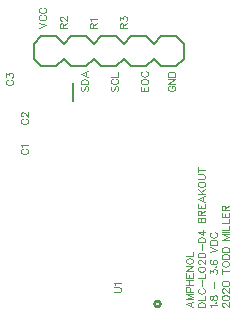
<source format=gto>
G04 Layer: TopSilkLayer*
G04 EasyEDA v6.4.7, 2020-11-21T23:36:06--8:00*
G04 5ff2efe16aa84f8f9e73a5c42d6c7546,4c52adb9b7084d04897e24a6e005c639,00*
G04 Gerber Generator version 0.2*
G04 Scale: 100 percent, Rotated: No, Reflected: No *
G04 Dimensions in inches *
G04 leading zeros omitted , absolute positions ,2 integer and 4 decimal *
%FSLAX24Y24*%
%MOIN*%
G90*
D02*

%ADD10C,0.010000*%
%ADD20C,0.008000*%
%ADD21C,0.002000*%

%LPD*%
G54D20*
G01X2875Y9375D02*
G01X3125Y9625D01*
G01X3625Y9625D01*
G01X3875Y9375D01*
G01X4125Y9625D01*
G01X4625Y9625D01*
G01X4875Y9375D01*
G01X5125Y9625D01*
G01X5625Y9625D01*
G01X5875Y9375D01*
G01X6125Y9625D01*
G01X6625Y9625D01*
G01X6875Y9375D01*
G01X7125Y9625D01*
G01X7625Y9625D01*
G01X7875Y9375D01*
G01X7875Y8875D01*
G01X7625Y8625D01*
G01X7125Y8625D01*
G01X6875Y8875D01*
G01X6625Y8625D01*
G01X6125Y8625D01*
G01X5875Y8875D01*
G01X5625Y8625D01*
G01X5125Y8625D01*
G01X4875Y8875D01*
G01X4625Y8625D01*
G01X4125Y8625D01*
G01X3875Y8875D01*
G01X3625Y8625D01*
G01X3125Y8625D01*
G01X2875Y8875D01*
G01X2875Y9375D01*
G01X4200Y8050D02*
G01X4200Y7450D01*
G54D21*
G01X7948Y691D02*
G01X8186Y600D01*
G01X7948Y691D02*
G01X8186Y782D01*
G01X8106Y634D02*
G01X8106Y748D01*
G01X7948Y857D02*
G01X8186Y857D01*
G01X7948Y857D02*
G01X8186Y948D01*
G01X7948Y1039D02*
G01X8186Y948D01*
G01X7948Y1039D02*
G01X8186Y1039D01*
G01X7948Y1114D02*
G01X8186Y1114D01*
G01X7948Y1114D02*
G01X7948Y1216D01*
G01X7959Y1250D01*
G01X7970Y1261D01*
G01X7993Y1273D01*
G01X8027Y1273D01*
G01X8050Y1261D01*
G01X8061Y1250D01*
G01X8073Y1216D01*
G01X8073Y1114D01*
G01X7948Y1348D02*
G01X8186Y1348D01*
G01X7948Y1507D02*
G01X8186Y1507D01*
G01X8061Y1348D02*
G01X8061Y1507D01*
G01X7948Y1582D02*
G01X8186Y1582D01*
G01X7948Y1582D02*
G01X7948Y1730D01*
G01X8061Y1582D02*
G01X8061Y1673D01*
G01X8186Y1582D02*
G01X8186Y1730D01*
G01X7948Y1805D02*
G01X8186Y1805D01*
G01X7948Y1805D02*
G01X8186Y1964D01*
G01X7948Y1964D02*
G01X8186Y1964D01*
G01X7948Y2107D02*
G01X7959Y2084D01*
G01X7981Y2061D01*
G01X8005Y2050D01*
G01X8039Y2039D01*
G01X8095Y2039D01*
G01X8130Y2050D01*
G01X8152Y2061D01*
G01X8175Y2084D01*
G01X8186Y2107D01*
G01X8186Y2152D01*
G01X8175Y2175D01*
G01X8152Y2198D01*
G01X8130Y2209D01*
G01X8095Y2220D01*
G01X8039Y2220D01*
G01X8005Y2209D01*
G01X7981Y2198D01*
G01X7959Y2175D01*
G01X7948Y2152D01*
G01X7948Y2107D01*
G01X7948Y2295D02*
G01X8186Y2295D01*
G01X8186Y2295D02*
G01X8186Y2432D01*
G01X8348Y600D02*
G01X8586Y600D01*
G01X8348Y600D02*
G01X8348Y680D01*
G01X8359Y714D01*
G01X8382Y736D01*
G01X8405Y748D01*
G01X8439Y759D01*
G01X8495Y759D01*
G01X8530Y748D01*
G01X8552Y736D01*
G01X8575Y714D01*
G01X8586Y680D01*
G01X8586Y600D01*
G01X8348Y834D02*
G01X8586Y834D01*
G01X8586Y834D02*
G01X8586Y969D01*
G01X8405Y1216D02*
G01X8382Y1205D01*
G01X8359Y1182D01*
G01X8348Y1159D01*
G01X8348Y1114D01*
G01X8359Y1091D01*
G01X8382Y1068D01*
G01X8405Y1057D01*
G01X8439Y1045D01*
G01X8495Y1045D01*
G01X8530Y1057D01*
G01X8552Y1068D01*
G01X8575Y1091D01*
G01X8586Y1114D01*
G01X8586Y1159D01*
G01X8575Y1182D01*
G01X8552Y1205D01*
G01X8530Y1216D01*
G01X8484Y1291D02*
G01X8484Y1495D01*
G01X8348Y1570D02*
G01X8586Y1570D01*
G01X8586Y1570D02*
G01X8586Y1707D01*
G01X8348Y1850D02*
G01X8359Y1816D01*
G01X8393Y1793D01*
G01X8450Y1782D01*
G01X8484Y1782D01*
G01X8541Y1793D01*
G01X8575Y1816D01*
G01X8586Y1850D01*
G01X8586Y1873D01*
G01X8575Y1907D01*
G01X8541Y1930D01*
G01X8484Y1941D01*
G01X8450Y1941D01*
G01X8393Y1930D01*
G01X8359Y1907D01*
G01X8348Y1873D01*
G01X8348Y1850D01*
G01X8405Y2027D02*
G01X8393Y2027D01*
G01X8370Y2039D01*
G01X8359Y2050D01*
G01X8348Y2073D01*
G01X8348Y2118D01*
G01X8359Y2141D01*
G01X8370Y2152D01*
G01X8393Y2164D01*
G01X8416Y2164D01*
G01X8439Y2152D01*
G01X8473Y2130D01*
G01X8586Y2016D01*
G01X8586Y2175D01*
G01X8348Y2250D02*
G01X8586Y2250D01*
G01X8348Y2250D02*
G01X8348Y2330D01*
G01X8359Y2364D01*
G01X8382Y2386D01*
G01X8405Y2398D01*
G01X8439Y2409D01*
G01X8495Y2409D01*
G01X8530Y2398D01*
G01X8552Y2386D01*
G01X8575Y2364D01*
G01X8586Y2330D01*
G01X8586Y2250D01*
G01X8484Y2484D02*
G01X8484Y2689D01*
G01X8348Y2764D02*
G01X8586Y2764D01*
G01X8348Y2764D02*
G01X8348Y2843D01*
G01X8359Y2877D01*
G01X8382Y2900D01*
G01X8405Y2911D01*
G01X8439Y2923D01*
G01X8495Y2923D01*
G01X8530Y2911D01*
G01X8552Y2900D01*
G01X8575Y2877D01*
G01X8586Y2843D01*
G01X8586Y2764D01*
G01X8348Y3111D02*
G01X8507Y2998D01*
G01X8507Y3168D01*
G01X8348Y3111D02*
G01X8586Y3111D01*
G01X8348Y3418D02*
G01X8586Y3418D01*
G01X8348Y3418D02*
G01X8348Y3520D01*
G01X8359Y3554D01*
G01X8370Y3565D01*
G01X8393Y3577D01*
G01X8416Y3577D01*
G01X8439Y3565D01*
G01X8450Y3554D01*
G01X8461Y3520D01*
G01X8461Y3418D02*
G01X8461Y3520D01*
G01X8473Y3554D01*
G01X8484Y3565D01*
G01X8507Y3577D01*
G01X8541Y3577D01*
G01X8564Y3565D01*
G01X8575Y3554D01*
G01X8586Y3520D01*
G01X8586Y3418D01*
G01X8348Y3652D02*
G01X8586Y3652D01*
G01X8348Y3652D02*
G01X8348Y3754D01*
G01X8359Y3789D01*
G01X8370Y3800D01*
G01X8393Y3811D01*
G01X8416Y3811D01*
G01X8439Y3800D01*
G01X8450Y3789D01*
G01X8461Y3754D01*
G01X8461Y3652D01*
G01X8461Y3732D02*
G01X8586Y3811D01*
G01X8348Y3886D02*
G01X8586Y3886D01*
G01X8348Y3886D02*
G01X8348Y4034D01*
G01X8461Y3886D02*
G01X8461Y3977D01*
G01X8586Y3886D02*
G01X8586Y4034D01*
G01X8348Y4200D02*
G01X8586Y4109D01*
G01X8348Y4200D02*
G01X8586Y4291D01*
G01X8507Y4143D02*
G01X8507Y4257D01*
G01X8348Y4366D02*
G01X8586Y4366D01*
G01X8348Y4525D02*
G01X8507Y4366D01*
G01X8450Y4423D02*
G01X8586Y4525D01*
G01X8348Y4668D02*
G01X8359Y4645D01*
G01X8382Y4623D01*
G01X8405Y4611D01*
G01X8439Y4600D01*
G01X8495Y4600D01*
G01X8530Y4611D01*
G01X8552Y4623D01*
G01X8575Y4645D01*
G01X8586Y4668D01*
G01X8586Y4714D01*
G01X8575Y4736D01*
G01X8552Y4759D01*
G01X8530Y4770D01*
G01X8495Y4782D01*
G01X8439Y4782D01*
G01X8405Y4770D01*
G01X8382Y4759D01*
G01X8359Y4736D01*
G01X8348Y4714D01*
G01X8348Y4668D01*
G01X8348Y4857D02*
G01X8518Y4857D01*
G01X8552Y4868D01*
G01X8575Y4891D01*
G01X8586Y4925D01*
G01X8586Y4948D01*
G01X8575Y4982D01*
G01X8552Y5005D01*
G01X8518Y5016D01*
G01X8348Y5016D01*
G01X8348Y5170D02*
G01X8586Y5170D01*
G01X8348Y5091D02*
G01X8348Y5250D01*
G01X8793Y600D02*
G01X8782Y623D01*
G01X8748Y657D01*
G01X8986Y657D01*
G01X8930Y743D02*
G01X8941Y732D01*
G01X8952Y743D01*
G01X8941Y755D01*
G01X8930Y743D01*
G01X8748Y886D02*
G01X8759Y852D01*
G01X8782Y841D01*
G01X8805Y841D01*
G01X8827Y852D01*
G01X8839Y875D01*
G01X8850Y919D01*
G01X8861Y955D01*
G01X8884Y977D01*
G01X8907Y989D01*
G01X8941Y989D01*
G01X8964Y977D01*
G01X8975Y966D01*
G01X8986Y932D01*
G01X8986Y886D01*
G01X8975Y852D01*
G01X8964Y841D01*
G01X8941Y830D01*
G01X8907Y830D01*
G01X8884Y841D01*
G01X8861Y864D01*
G01X8850Y898D01*
G01X8839Y943D01*
G01X8827Y966D01*
G01X8805Y977D01*
G01X8782Y977D01*
G01X8759Y966D01*
G01X8748Y932D01*
G01X8748Y886D01*
G01X8884Y1239D02*
G01X8884Y1443D01*
G01X8748Y1716D02*
G01X8748Y1841D01*
G01X8839Y1773D01*
G01X8839Y1807D01*
G01X8850Y1830D01*
G01X8861Y1841D01*
G01X8895Y1852D01*
G01X8918Y1852D01*
G01X8952Y1841D01*
G01X8975Y1818D01*
G01X8986Y1784D01*
G01X8986Y1750D01*
G01X8975Y1716D01*
G01X8964Y1705D01*
G01X8941Y1693D01*
G01X8930Y1939D02*
G01X8941Y1927D01*
G01X8952Y1939D01*
G01X8941Y1950D01*
G01X8930Y1939D01*
G01X8782Y2161D02*
G01X8759Y2150D01*
G01X8748Y2116D01*
G01X8748Y2093D01*
G01X8759Y2059D01*
G01X8793Y2036D01*
G01X8850Y2025D01*
G01X8907Y2025D01*
G01X8952Y2036D01*
G01X8975Y2059D01*
G01X8986Y2093D01*
G01X8986Y2105D01*
G01X8975Y2139D01*
G01X8952Y2161D01*
G01X8918Y2173D01*
G01X8907Y2173D01*
G01X8873Y2161D01*
G01X8850Y2139D01*
G01X8839Y2105D01*
G01X8839Y2093D01*
G01X8850Y2059D01*
G01X8873Y2036D01*
G01X8907Y2025D01*
G01X8748Y2423D02*
G01X8986Y2514D01*
G01X8748Y2605D02*
G01X8986Y2514D01*
G01X8748Y2680D02*
G01X8986Y2680D01*
G01X8748Y2680D02*
G01X8748Y2759D01*
G01X8759Y2793D01*
G01X8782Y2816D01*
G01X8805Y2827D01*
G01X8839Y2839D01*
G01X8895Y2839D01*
G01X8930Y2827D01*
G01X8952Y2816D01*
G01X8975Y2793D01*
G01X8986Y2759D01*
G01X8986Y2680D01*
G01X8805Y3084D02*
G01X8782Y3073D01*
G01X8759Y3050D01*
G01X8748Y3027D01*
G01X8748Y2982D01*
G01X8759Y2959D01*
G01X8782Y2936D01*
G01X8805Y2925D01*
G01X8839Y2914D01*
G01X8895Y2914D01*
G01X8930Y2925D01*
G01X8952Y2936D01*
G01X8975Y2959D01*
G01X8986Y2982D01*
G01X8986Y3027D01*
G01X8975Y3050D01*
G01X8952Y3073D01*
G01X8930Y3084D01*
G01X9205Y611D02*
G01X9193Y611D01*
G01X9170Y623D01*
G01X9159Y634D01*
G01X9148Y657D01*
G01X9148Y702D01*
G01X9159Y725D01*
G01X9170Y736D01*
G01X9193Y748D01*
G01X9216Y748D01*
G01X9239Y736D01*
G01X9273Y714D01*
G01X9386Y600D01*
G01X9386Y759D01*
G01X9148Y902D02*
G01X9159Y868D01*
G01X9193Y844D01*
G01X9250Y834D01*
G01X9284Y834D01*
G01X9341Y844D01*
G01X9375Y868D01*
G01X9386Y902D01*
G01X9386Y925D01*
G01X9375Y959D01*
G01X9341Y982D01*
G01X9284Y993D01*
G01X9250Y993D01*
G01X9193Y982D01*
G01X9159Y959D01*
G01X9148Y925D01*
G01X9148Y902D01*
G01X9205Y1080D02*
G01X9193Y1080D01*
G01X9170Y1091D01*
G01X9159Y1102D01*
G01X9148Y1125D01*
G01X9148Y1170D01*
G01X9159Y1193D01*
G01X9170Y1205D01*
G01X9193Y1216D01*
G01X9216Y1216D01*
G01X9239Y1205D01*
G01X9273Y1182D01*
G01X9386Y1068D01*
G01X9386Y1227D01*
G01X9148Y1370D02*
G01X9159Y1336D01*
G01X9193Y1314D01*
G01X9250Y1302D01*
G01X9284Y1302D01*
G01X9341Y1314D01*
G01X9375Y1336D01*
G01X9386Y1370D01*
G01X9386Y1393D01*
G01X9375Y1427D01*
G01X9341Y1450D01*
G01X9284Y1461D01*
G01X9250Y1461D01*
G01X9193Y1450D01*
G01X9159Y1427D01*
G01X9148Y1393D01*
G01X9148Y1370D01*
G01X9148Y1791D02*
G01X9386Y1791D01*
G01X9148Y1711D02*
G01X9148Y1870D01*
G01X9148Y2014D02*
G01X9159Y1991D01*
G01X9182Y1968D01*
G01X9205Y1957D01*
G01X9239Y1945D01*
G01X9295Y1945D01*
G01X9330Y1957D01*
G01X9352Y1968D01*
G01X9375Y1991D01*
G01X9386Y2014D01*
G01X9386Y2059D01*
G01X9375Y2082D01*
G01X9352Y2105D01*
G01X9330Y2116D01*
G01X9295Y2127D01*
G01X9239Y2127D01*
G01X9205Y2116D01*
G01X9182Y2105D01*
G01X9159Y2082D01*
G01X9148Y2059D01*
G01X9148Y2014D01*
G01X9148Y2202D02*
G01X9386Y2202D01*
G01X9148Y2202D02*
G01X9148Y2282D01*
G01X9159Y2316D01*
G01X9182Y2339D01*
G01X9205Y2350D01*
G01X9239Y2361D01*
G01X9295Y2361D01*
G01X9330Y2350D01*
G01X9352Y2339D01*
G01X9375Y2316D01*
G01X9386Y2282D01*
G01X9386Y2202D01*
G01X9148Y2436D02*
G01X9386Y2436D01*
G01X9148Y2436D02*
G01X9148Y2516D01*
G01X9159Y2550D01*
G01X9182Y2573D01*
G01X9205Y2584D01*
G01X9239Y2595D01*
G01X9295Y2595D01*
G01X9330Y2584D01*
G01X9352Y2573D01*
G01X9375Y2550D01*
G01X9386Y2516D01*
G01X9386Y2436D01*
G01X9148Y2845D02*
G01X9386Y2845D01*
G01X9148Y2845D02*
G01X9386Y2936D01*
G01X9148Y3027D02*
G01X9386Y2936D01*
G01X9148Y3027D02*
G01X9386Y3027D01*
G01X9148Y3102D02*
G01X9386Y3102D01*
G01X9148Y3177D02*
G01X9386Y3177D01*
G01X9386Y3177D02*
G01X9386Y3314D01*
G01X9148Y3389D02*
G01X9386Y3389D01*
G01X9386Y3389D02*
G01X9386Y3525D01*
G01X9148Y3600D02*
G01X9386Y3600D01*
G01X9148Y3600D02*
G01X9148Y3747D01*
G01X9261Y3600D02*
G01X9261Y3690D01*
G01X9386Y3600D02*
G01X9386Y3747D01*
G01X9148Y3822D02*
G01X9386Y3822D01*
G01X9148Y3822D02*
G01X9148Y3925D01*
G01X9159Y3959D01*
G01X9170Y3970D01*
G01X9193Y3982D01*
G01X9216Y3982D01*
G01X9239Y3970D01*
G01X9250Y3959D01*
G01X9261Y3925D01*
G01X9261Y3822D01*
G01X9261Y3902D02*
G01X9386Y3982D01*
G01X5548Y1100D02*
G01X5718Y1100D01*
G01X5752Y1111D01*
G01X5775Y1134D01*
G01X5786Y1168D01*
G01X5786Y1191D01*
G01X5775Y1225D01*
G01X5752Y1248D01*
G01X5718Y1259D01*
G01X5548Y1259D01*
G01X5593Y1334D02*
G01X5582Y1357D01*
G01X5548Y1391D01*
G01X5786Y1391D01*
G01X2505Y5870D02*
G01X2482Y5859D01*
G01X2459Y5836D01*
G01X2448Y5814D01*
G01X2448Y5768D01*
G01X2459Y5745D01*
G01X2482Y5723D01*
G01X2505Y5711D01*
G01X2539Y5700D01*
G01X2595Y5700D01*
G01X2630Y5711D01*
G01X2652Y5723D01*
G01X2675Y5745D01*
G01X2686Y5768D01*
G01X2686Y5814D01*
G01X2675Y5836D01*
G01X2652Y5859D01*
G01X2630Y5870D01*
G01X2493Y5945D02*
G01X2482Y5968D01*
G01X2448Y6002D01*
G01X2686Y6002D01*
G01X2505Y6870D02*
G01X2482Y6859D01*
G01X2459Y6836D01*
G01X2448Y6814D01*
G01X2448Y6768D01*
G01X2459Y6745D01*
G01X2482Y6723D01*
G01X2505Y6711D01*
G01X2539Y6700D01*
G01X2595Y6700D01*
G01X2630Y6711D01*
G01X2652Y6723D01*
G01X2675Y6745D01*
G01X2686Y6768D01*
G01X2686Y6814D01*
G01X2675Y6836D01*
G01X2652Y6859D01*
G01X2630Y6870D01*
G01X2505Y6956D02*
G01X2493Y6956D01*
G01X2470Y6968D01*
G01X2459Y6980D01*
G01X2448Y7002D01*
G01X2448Y7048D01*
G01X2459Y7070D01*
G01X2470Y7081D01*
G01X2493Y7093D01*
G01X2516Y7093D01*
G01X2539Y7081D01*
G01X2573Y7059D01*
G01X2686Y6945D01*
G01X2686Y7105D01*
G01X2005Y8170D02*
G01X1982Y8159D01*
G01X1959Y8136D01*
G01X1948Y8114D01*
G01X1948Y8068D01*
G01X1959Y8045D01*
G01X1982Y8023D01*
G01X2005Y8011D01*
G01X2039Y8000D01*
G01X2095Y8000D01*
G01X2130Y8011D01*
G01X2152Y8023D01*
G01X2175Y8045D01*
G01X2186Y8068D01*
G01X2186Y8114D01*
G01X2175Y8136D01*
G01X2152Y8159D01*
G01X2130Y8170D01*
G01X1948Y8268D02*
G01X1948Y8393D01*
G01X2039Y8325D01*
G01X2039Y8359D01*
G01X2050Y8382D01*
G01X2061Y8393D01*
G01X2095Y8405D01*
G01X2118Y8405D01*
G01X2152Y8393D01*
G01X2175Y8370D01*
G01X2186Y8336D01*
G01X2186Y8302D01*
G01X2175Y8268D01*
G01X2164Y8257D01*
G01X2141Y8245D01*
G01X3747Y9900D02*
G01X3986Y9900D01*
G01X3747Y9900D02*
G01X3747Y10002D01*
G01X3759Y10036D01*
G01X3770Y10048D01*
G01X3793Y10059D01*
G01X3815Y10059D01*
G01X3839Y10048D01*
G01X3850Y10036D01*
G01X3861Y10002D01*
G01X3861Y9900D01*
G01X3861Y9980D02*
G01X3986Y10059D01*
G01X3804Y10145D02*
G01X3793Y10145D01*
G01X3770Y10157D01*
G01X3759Y10168D01*
G01X3747Y10191D01*
G01X3747Y10236D01*
G01X3759Y10259D01*
G01X3770Y10270D01*
G01X3793Y10282D01*
G01X3815Y10282D01*
G01X3839Y10270D01*
G01X3872Y10248D01*
G01X3986Y10134D01*
G01X3986Y10293D01*
G01X4748Y9900D02*
G01X4986Y9900D01*
G01X4748Y9900D02*
G01X4748Y10002D01*
G01X4759Y10036D01*
G01X4770Y10048D01*
G01X4793Y10059D01*
G01X4816Y10059D01*
G01X4839Y10048D01*
G01X4850Y10036D01*
G01X4861Y10002D01*
G01X4861Y9900D01*
G01X4861Y9980D02*
G01X4986Y10059D01*
G01X4793Y10134D02*
G01X4782Y10157D01*
G01X4748Y10191D01*
G01X4986Y10191D01*
G01X5748Y9900D02*
G01X5986Y9900D01*
G01X5748Y9900D02*
G01X5748Y10002D01*
G01X5759Y10036D01*
G01X5770Y10048D01*
G01X5793Y10059D01*
G01X5816Y10059D01*
G01X5839Y10048D01*
G01X5850Y10036D01*
G01X5861Y10002D01*
G01X5861Y9900D01*
G01X5861Y9980D02*
G01X5986Y10059D01*
G01X5748Y10157D02*
G01X5748Y10282D01*
G01X5839Y10214D01*
G01X5839Y10248D01*
G01X5850Y10270D01*
G01X5861Y10282D01*
G01X5895Y10293D01*
G01X5918Y10293D01*
G01X5952Y10282D01*
G01X5975Y10259D01*
G01X5986Y10225D01*
G01X5986Y10191D01*
G01X5975Y10157D01*
G01X5964Y10145D01*
G01X5941Y10134D01*
G01X6448Y7800D02*
G01X6686Y7800D01*
G01X6448Y7800D02*
G01X6448Y7948D01*
G01X6561Y7800D02*
G01X6561Y7891D01*
G01X6686Y7800D02*
G01X6686Y7948D01*
G01X6448Y8091D02*
G01X6459Y8068D01*
G01X6481Y8045D01*
G01X6505Y8034D01*
G01X6539Y8023D01*
G01X6595Y8023D01*
G01X6630Y8034D01*
G01X6652Y8045D01*
G01X6675Y8068D01*
G01X6686Y8091D01*
G01X6686Y8136D01*
G01X6675Y8159D01*
G01X6652Y8181D01*
G01X6630Y8193D01*
G01X6595Y8205D01*
G01X6539Y8205D01*
G01X6505Y8193D01*
G01X6481Y8181D01*
G01X6459Y8159D01*
G01X6448Y8136D01*
G01X6448Y8091D01*
G01X6505Y8450D02*
G01X6481Y8439D01*
G01X6459Y8416D01*
G01X6448Y8393D01*
G01X6448Y8348D01*
G01X6459Y8325D01*
G01X6481Y8302D01*
G01X6505Y8291D01*
G01X6539Y8280D01*
G01X6595Y8280D01*
G01X6630Y8291D01*
G01X6652Y8302D01*
G01X6675Y8325D01*
G01X6686Y8348D01*
G01X6686Y8393D01*
G01X6675Y8416D01*
G01X6652Y8439D01*
G01X6630Y8450D01*
G01X5482Y7959D02*
G01X5459Y7936D01*
G01X5448Y7902D01*
G01X5448Y7856D01*
G01X5459Y7823D01*
G01X5482Y7800D01*
G01X5505Y7800D01*
G01X5527Y7811D01*
G01X5539Y7823D01*
G01X5550Y7845D01*
G01X5573Y7914D01*
G01X5584Y7936D01*
G01X5595Y7948D01*
G01X5618Y7959D01*
G01X5652Y7959D01*
G01X5675Y7936D01*
G01X5686Y7902D01*
G01X5686Y7856D01*
G01X5675Y7823D01*
G01X5652Y7800D01*
G01X5505Y8205D02*
G01X5482Y8193D01*
G01X5459Y8170D01*
G01X5448Y8148D01*
G01X5448Y8102D01*
G01X5459Y8080D01*
G01X5482Y8056D01*
G01X5505Y8045D01*
G01X5539Y8034D01*
G01X5595Y8034D01*
G01X5630Y8045D01*
G01X5652Y8056D01*
G01X5675Y8080D01*
G01X5686Y8102D01*
G01X5686Y8148D01*
G01X5675Y8170D01*
G01X5652Y8193D01*
G01X5630Y8205D01*
G01X5448Y8280D02*
G01X5686Y8280D01*
G01X5686Y8280D02*
G01X5686Y8416D01*
G01X4482Y7959D02*
G01X4459Y7936D01*
G01X4448Y7902D01*
G01X4448Y7856D01*
G01X4459Y7823D01*
G01X4482Y7800D01*
G01X4505Y7800D01*
G01X4527Y7811D01*
G01X4539Y7823D01*
G01X4550Y7845D01*
G01X4573Y7914D01*
G01X4584Y7936D01*
G01X4595Y7948D01*
G01X4618Y7959D01*
G01X4652Y7959D01*
G01X4675Y7936D01*
G01X4686Y7902D01*
G01X4686Y7856D01*
G01X4675Y7823D01*
G01X4652Y7800D01*
G01X4448Y8034D02*
G01X4686Y8034D01*
G01X4448Y8034D02*
G01X4448Y8114D01*
G01X4459Y8148D01*
G01X4482Y8170D01*
G01X4505Y8181D01*
G01X4539Y8193D01*
G01X4595Y8193D01*
G01X4630Y8181D01*
G01X4652Y8170D01*
G01X4675Y8148D01*
G01X4686Y8114D01*
G01X4686Y8034D01*
G01X4448Y8359D02*
G01X4686Y8268D01*
G01X4448Y8359D02*
G01X4686Y8450D01*
G01X4607Y8302D02*
G01X4607Y8416D01*
G01X3048Y9900D02*
G01X3286Y9991D01*
G01X3048Y10082D02*
G01X3286Y9991D01*
G01X3105Y10327D02*
G01X3082Y10316D01*
G01X3059Y10293D01*
G01X3048Y10270D01*
G01X3048Y10225D01*
G01X3059Y10202D01*
G01X3082Y10180D01*
G01X3105Y10168D01*
G01X3139Y10157D01*
G01X3195Y10157D01*
G01X3229Y10168D01*
G01X3252Y10180D01*
G01X3275Y10202D01*
G01X3286Y10225D01*
G01X3286Y10270D01*
G01X3275Y10293D01*
G01X3252Y10316D01*
G01X3229Y10327D01*
G01X3105Y10573D02*
G01X3082Y10561D01*
G01X3059Y10539D01*
G01X3048Y10516D01*
G01X3048Y10470D01*
G01X3059Y10448D01*
G01X3082Y10425D01*
G01X3105Y10414D01*
G01X3139Y10402D01*
G01X3195Y10402D01*
G01X3229Y10414D01*
G01X3252Y10425D01*
G01X3275Y10448D01*
G01X3286Y10470D01*
G01X3286Y10516D01*
G01X3275Y10539D01*
G01X3252Y10561D01*
G01X3229Y10573D01*
G01X7405Y7970D02*
G01X7381Y7959D01*
G01X7359Y7936D01*
G01X7348Y7914D01*
G01X7348Y7868D01*
G01X7359Y7845D01*
G01X7381Y7823D01*
G01X7405Y7811D01*
G01X7439Y7800D01*
G01X7495Y7800D01*
G01X7530Y7811D01*
G01X7552Y7823D01*
G01X7575Y7845D01*
G01X7586Y7868D01*
G01X7586Y7914D01*
G01X7575Y7936D01*
G01X7552Y7959D01*
G01X7530Y7970D01*
G01X7495Y7970D01*
G01X7495Y7914D02*
G01X7495Y7970D01*
G01X7348Y8045D02*
G01X7586Y8045D01*
G01X7348Y8045D02*
G01X7586Y8205D01*
G01X7348Y8205D02*
G01X7586Y8205D01*
G01X7348Y8280D02*
G01X7586Y8280D01*
G01X7348Y8280D02*
G01X7348Y8359D01*
G01X7359Y8393D01*
G01X7381Y8416D01*
G01X7405Y8427D01*
G01X7439Y8439D01*
G01X7495Y8439D01*
G01X7530Y8427D01*
G01X7552Y8416D01*
G01X7575Y8393D01*
G01X7586Y8359D01*
G01X7586Y8280D01*
G54D10*
G75*
G01X7100Y700D02*
G03X7100Y700I-100J0D01*
G01*
M00*
M02*

</source>
